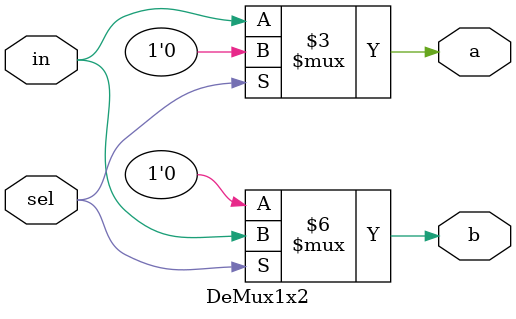
<source format=v>
`timescale 1ns / 1ps

module DeMux1x2(in,sel,a,b);

input in,sel;
output reg a,b;

always@(*) begin
	if(sel)
		begin
			b<=in;
			a<=0;
		end
	else
		begin
			a<=in;
			b<=0;
		end
end

endmodule

</source>
